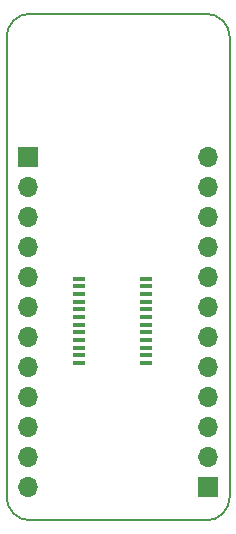
<source format=gbr>
G04 #@! TF.GenerationSoftware,KiCad,Pcbnew,5.1.6-c6e7f7d~86~ubuntu20.04.1*
G04 #@! TF.CreationDate,2020-05-17T01:16:34+03:00*
G04 #@! TF.ProjectId,BRK-TSSOP-24-4.4x7.8-P0.65,42524b2d-5453-4534-9f50-2d32342d342e,v1.0*
G04 #@! TF.SameCoordinates,Original*
G04 #@! TF.FileFunction,Soldermask,Top*
G04 #@! TF.FilePolarity,Negative*
%FSLAX46Y46*%
G04 Gerber Fmt 4.6, Leading zero omitted, Abs format (unit mm)*
G04 Created by KiCad (PCBNEW 5.1.6-c6e7f7d~86~ubuntu20.04.1) date 2020-05-17 01:16:34*
%MOMM*%
%LPD*%
G01*
G04 APERTURE LIST*
G04 #@! TA.AperFunction,Profile*
%ADD10C,0.150000*%
G04 #@! TD*
%ADD11R,1.100000X0.400000*%
%ADD12O,1.700000X1.700000*%
%ADD13R,1.700000X1.700000*%
G04 APERTURE END LIST*
D10*
X53000000Y-90900000D02*
G75*
G02*
X51000000Y-88900000I0J2000000D01*
G01*
X69900000Y-88900000D02*
G75*
G02*
X67900000Y-90900000I-2000000J0D01*
G01*
X67900000Y-48000000D02*
G75*
G02*
X69900000Y-50000000I0J-2000000D01*
G01*
X51000000Y-50000000D02*
G75*
G02*
X53000000Y-48000000I2000000J0D01*
G01*
X67900000Y-90900000D02*
X53000000Y-90900000D01*
X69900000Y-50000000D02*
X69900000Y-88900000D01*
X53000000Y-48000000D02*
X67900000Y-48000000D01*
X51000000Y-88900000D02*
X51000000Y-50000000D01*
D11*
X62850000Y-70425000D03*
X62850000Y-71075000D03*
X62850000Y-71725000D03*
X62850000Y-72375000D03*
X62850000Y-73025000D03*
X62850000Y-73675000D03*
X62850000Y-74325000D03*
X62850000Y-74975000D03*
X62850000Y-75625000D03*
X62850000Y-76275000D03*
X62850000Y-76925000D03*
X62850000Y-77575000D03*
X57150000Y-77575000D03*
X57150000Y-76925000D03*
X57150000Y-76275000D03*
X57150000Y-75625000D03*
X57150000Y-74975000D03*
X57150000Y-74325000D03*
X57150000Y-73675000D03*
X57150000Y-73025000D03*
X57150000Y-72375000D03*
X57150000Y-71725000D03*
X57150000Y-71075000D03*
X57150000Y-70425000D03*
D12*
X68040000Y-60100000D03*
X68040000Y-62640000D03*
X68040000Y-65180000D03*
X68040000Y-67720000D03*
X68040000Y-70260000D03*
X68040000Y-72800000D03*
X68040000Y-75340000D03*
X68040000Y-77880000D03*
X68040000Y-80420000D03*
X68040000Y-82960000D03*
X68040000Y-85500000D03*
D13*
X68040000Y-88040000D03*
D12*
X52800000Y-88040000D03*
X52800000Y-85500000D03*
X52800000Y-82960000D03*
X52800000Y-80420000D03*
X52800000Y-77880000D03*
X52800000Y-75340000D03*
X52800000Y-72800000D03*
X52800000Y-70260000D03*
X52800000Y-67720000D03*
X52800000Y-65180000D03*
X52800000Y-62640000D03*
D13*
X52800000Y-60100000D03*
M02*

</source>
